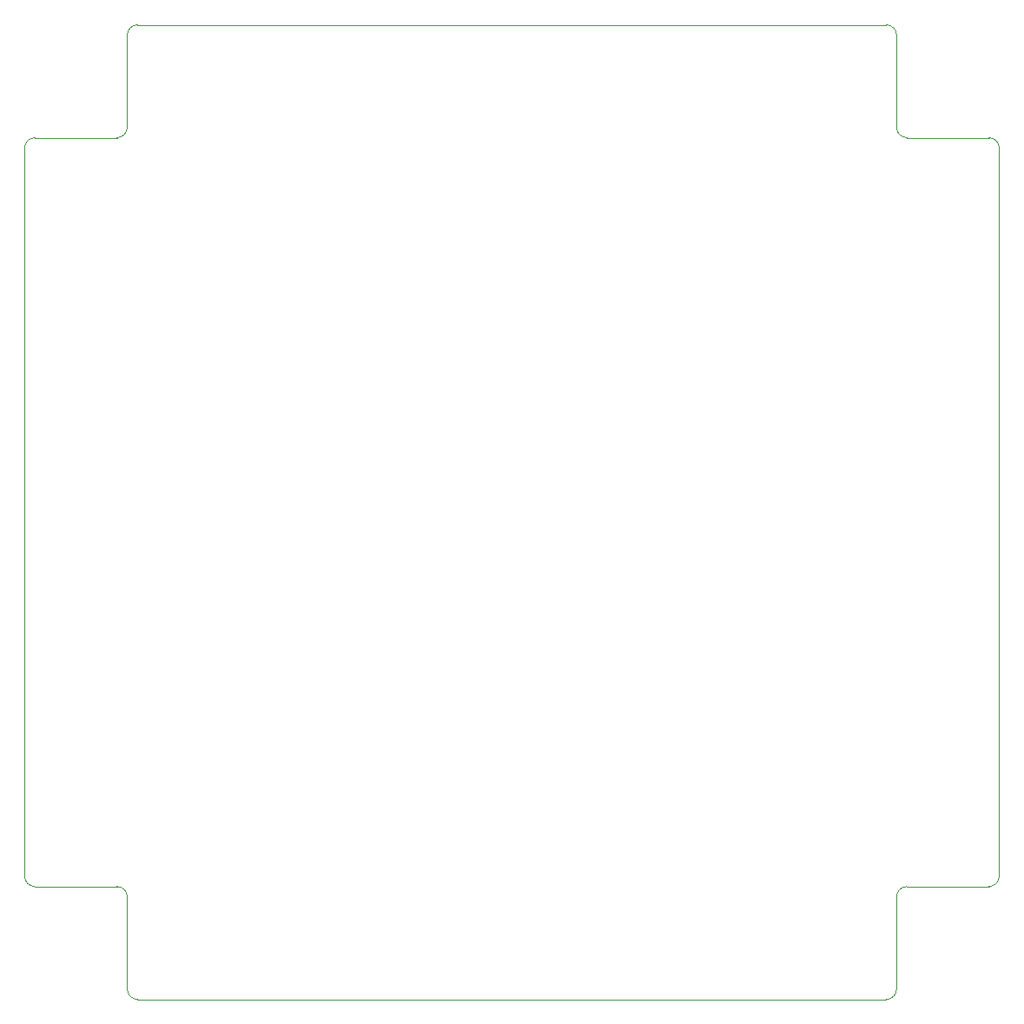
<source format=gm1>
%TF.GenerationSoftware,KiCad,Pcbnew,5.1.10*%
%TF.CreationDate,2021-11-15T18:45:38+01:00*%
%TF.ProjectId,main_pcb,6d61696e-5f70-4636-922e-6b696361645f,rev?*%
%TF.SameCoordinates,PX8f0d180PY5f5e100*%
%TF.FileFunction,Profile,NP*%
%FSLAX46Y46*%
G04 Gerber Fmt 4.6, Leading zero omitted, Abs format (unit mm)*
G04 Created by KiCad (PCBNEW 5.1.10) date 2021-11-15 18:45:38*
%MOMM*%
%LPD*%
G01*
G04 APERTURE LIST*
%TA.AperFunction,Profile*%
%ADD10C,0.050000*%
%TD*%
G04 APERTURE END LIST*
D10*
X37500000Y-46500000D02*
G75*
G02*
X36500000Y-47500000I-1000000J0D01*
G01*
X37500000Y-37500000D02*
G75*
G02*
X38500000Y-36500000I1000000J0D01*
G01*
X47500000Y-35500000D02*
G75*
G02*
X46500000Y-36500000I-1000000J0D01*
G01*
X-37500000Y37500000D02*
G75*
G02*
X-38500000Y36500000I-1000000J0D01*
G01*
X-47500000Y35500000D02*
G75*
G02*
X-46500000Y36500000I1000000J0D01*
G01*
X-37500000Y46500000D02*
G75*
G02*
X-36500000Y47500000I1000000J0D01*
G01*
X38500000Y36500000D02*
G75*
G02*
X37500000Y37500000I0J1000000D01*
G01*
X36500000Y47500000D02*
G75*
G02*
X37500000Y46500000I0J-1000000D01*
G01*
X46500000Y36500000D02*
G75*
G02*
X47500000Y35500000I0J-1000000D01*
G01*
X-46500000Y-36500000D02*
G75*
G02*
X-47500000Y-35500000I0J1000000D01*
G01*
X-36500000Y-47500000D02*
G75*
G02*
X-37500000Y-46500000I0J1000000D01*
G01*
X-38500000Y-36500000D02*
G75*
G02*
X-37500000Y-37500000I0J-1000000D01*
G01*
X-46500000Y36500000D02*
X-38500000Y36500000D01*
X-47500000Y-35500000D02*
X-47500000Y35500000D01*
X-38500000Y-36500000D02*
X-46500000Y-36500000D01*
X-37500000Y-46500000D02*
X-37500000Y-37500000D01*
X36500000Y-47500000D02*
X-36500000Y-47500000D01*
X37500000Y-37500000D02*
X37500000Y-46500000D01*
X46500000Y-36500000D02*
X38500000Y-36500000D01*
X47500000Y35500000D02*
X47500000Y-35500000D01*
X38500000Y36500000D02*
X46500000Y36500000D01*
X37500000Y46500000D02*
X37500000Y37500000D01*
X-36500000Y47500000D02*
X36500000Y47500000D01*
X-37500000Y37500000D02*
X-37500000Y46500000D01*
M02*

</source>
